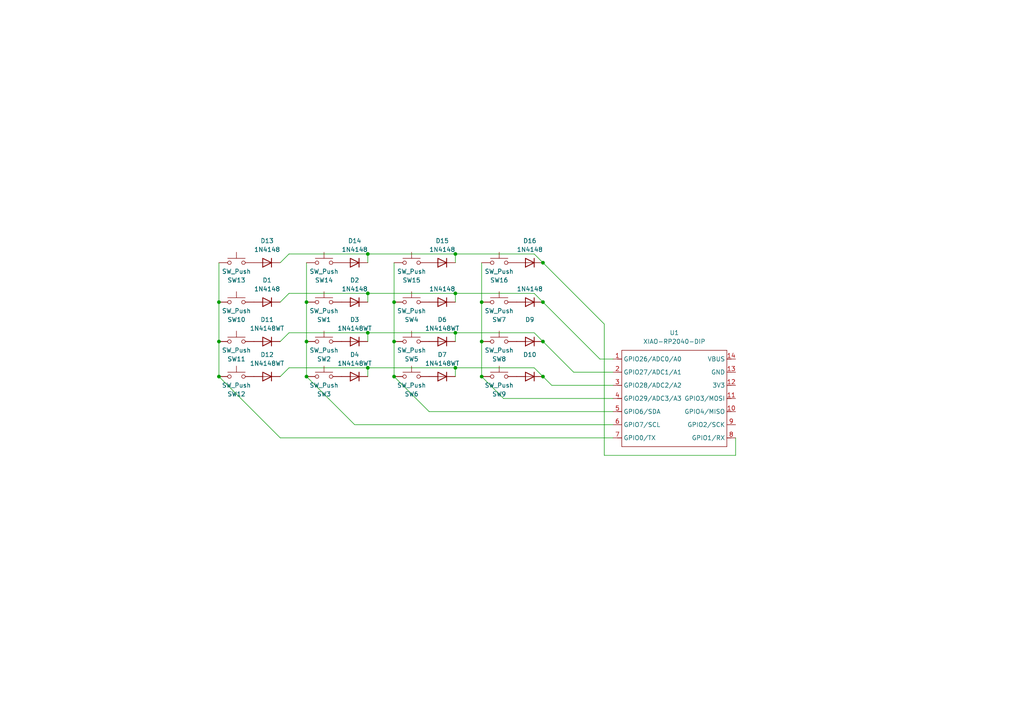
<source format=kicad_sch>
(kicad_sch (version 20250114) (generator "eeschema") (generator_version "9.0")
  (paper "A4")
  (lib_symbols
    (symbol "Diode:1N4148" (pin_numbers (hide yes)) (pin_names (hide yes))
      (property "Reference" "D" (at 0 2.54 0))
      (property "Value" "1N4148" (at 0 -2.54 0))
      (symbol "1N4148_0_1"
        (polyline (pts (xy -1.27 1.27) (xy -1.27 -1.27)) (stroke (width 0.254)))
        (polyline (pts (xy 1.27 1.27) (xy 1.27 -1.27) (xy -1.27 0) (xy 1.27 1.27)) (stroke (width 0.254)))
        (polyline (pts (xy 1.27 0) (xy -1.27 0)))
      )
      (symbol "1N4148_1_1"
        (pin passive line (at -3.81 0 0) (length 2.54) (name "K") (number "1"))
        (pin passive line (at 3.81 0 180) (length 2.54) (name "A") (number "2"))
      )
    )
    (symbol "Diode:1N4148WT" (pin_numbers (hide yes)) (pin_names (hide yes))
      (property "Reference" "D" (at 0 2.54 0))
      (property "Value" "1N4148WT" (at 0 -2.54 0))
      (symbol "1N4148WT_0_1"
        (polyline (pts (xy -1.27 1.27) (xy -1.27 -1.27)) (stroke (width 0.254)))
        (polyline (pts (xy 1.27 1.27) (xy 1.27 -1.27) (xy -1.27 0) (xy 1.27 1.27)) (stroke (width 0.254)))
        (polyline (pts (xy 1.27 0) (xy -1.27 0)))
      )
      (symbol "1N4148WT_1_1"
        (pin passive line (at -3.81 0 0) (length 2.54) (name "K") (number "1"))
        (pin passive line (at 3.81 0 180) (length 2.54) (name "A") (number "2"))
      )
    )
    (symbol "Switch:SW_Push" (pin_numbers (hide yes)) (pin_names (offset 1.016) (hide yes))
      (property "Reference" "SW" (at 1.27 2.54 0))
      (property "Value" "SW_Push" (at 0 -1.524 0))
      (symbol "SW_Push_0_1"
        (circle (center -2.032 0) (radius 0.508))
        (polyline (pts (xy 0 1.27) (xy 0 3.048)))
        (circle (center 2.032 0) (radius 0.508))
        (polyline (pts (xy 2.54 1.27) (xy -2.54 1.27)))
        (pin passive line (at -5.08 0 0) (length 2.54) (name "1") (number "1"))
        (pin passive line (at 5.08 0 180) (length 2.54) (name "2") (number "2"))
      )
    )
    (symbol "opl:XIAO-RP2040-DIP"
      (property "Reference" "U" (at 0 0 0))
      (property "Value" "XIAO-RP2040-DIP" (at 5.334 -1.778 0))
      (symbol "XIAO-RP2040-DIP_1_0"
        (polyline (pts (xy -1.27 -2.54) (xy 29.21 -2.54)) (stroke (width 0.1524)))
        (polyline (pts (xy -1.27 -5.08) (xy -2.54 -5.08)) (stroke (width 0.1524)))
        (polyline (pts (xy -1.27 -5.08) (xy -1.27 -2.54)) (stroke (width 0.1524)))
        (polyline (pts (xy -1.27 -8.89) (xy -2.54 -8.89)) (stroke (width 0.1524)))
        (polyline (pts (xy -1.27 -8.89) (xy -1.27 -5.08)) (stroke (width 0.1524)))
        (polyline (pts (xy -1.27 -12.7) (xy -2.54 -12.7)) (stroke (width 0.1524)))
        (polyline (pts (xy -1.27 -12.7) (xy -1.27 -8.89)) (stroke (width 0.1524)))
        (polyline (pts (xy -1.27 -16.51) (xy -2.54 -16.51)) (stroke (width 0.1524)))
        (polyline (pts (xy -1.27 -16.51) (xy -1.27 -12.7)) (stroke (width 0.1524)))
        (polyline (pts (xy -1.27 -20.32) (xy -2.54 -20.32)) (stroke (width 0.1524)))
        (polyline (pts (xy -1.27 -24.13) (xy -2.54 -24.13)) (stroke (width 0.1524)))
        (polyline (pts (xy -1.27 -27.94) (xy -2.54 -27.94)) (stroke (width 0.1524)))
        (polyline (pts (xy -1.27 -30.48) (xy -1.27 -16.51)) (stroke (width 0.1524)))
        (polyline (pts (xy 29.21 -2.54) (xy 29.21 -5.08)) (stroke (width 0.1524)))
        (polyline (pts (xy 29.21 -5.08) (xy 29.21 -8.89)) (stroke (width 0.1524)))
        (polyline (pts (xy 29.21 -8.89) (xy 29.21 -12.7)) (stroke (width 0.1524)))
        (polyline (pts (xy 29.21 -12.7) (xy 29.21 -30.48)) (stroke (width 0.1524)))
        (polyline (pts (xy 29.21 -30.48) (xy -1.27 -30.48)) (stroke (width 0.1524)))
        (polyline (pts (xy 30.48 -5.08) (xy 29.21 -5.08)) (stroke (width 0.1524)))
        (polyline (pts (xy 30.48 -8.89) (xy 29.21 -8.89)) (stroke (width 0.1524)))
        (polyline (pts (xy 30.48 -12.7) (xy 29.21 -12.7)) (stroke (width 0.1524)))
        (polyline (pts (xy 30.48 -16.51) (xy 29.21 -16.51)) (stroke (width 0.1524)))
        (polyline (pts (xy 30.48 -20.32) (xy 29.21 -20.32)) (stroke (width 0.1524)))
        (polyline (pts (xy 30.48 -24.13) (xy 29.21 -24.13)) (stroke (width 0.1524)))
        (polyline (pts (xy 30.48 -27.94) (xy 29.21 -27.94)) (stroke (width 0.1524)))
        (pin passive line (at -3.81 -5.08 0) (length 2.54) (name "GPIO26/ADC0/A0") (number "1"))
        (pin passive line (at -3.81 -8.89 0) (length 2.54) (name "GPIO27/ADC1/A1") (number "2"))
        (pin passive line (at -3.81 -12.7 0) (length 2.54) (name "GPIO28/ADC2/A2") (number "3"))
        (pin passive line (at -3.81 -16.51 0) (length 2.54) (name "GPIO29/ADC3/A3") (number "4"))
        (pin passive line (at -3.81 -20.32 0) (length 2.54) (name "GPIO6/SDA") (number "5"))
        (pin passive line (at -3.81 -24.13 0) (length 2.54) (name "GPIO7/SCL") (number "6"))
        (pin passive line (at -3.81 -27.94 0) (length 2.54) (name "GPIO0/TX") (number "7"))
        (pin passive line (at 31.75 -5.08 180) (length 2.54) (name "VBUS") (number "14"))
        (pin passive line (at 31.75 -8.89 180) (length 2.54) (name "GND") (number "13"))
        (pin passive line (at 31.75 -12.7 180) (length 2.54) (name "3V3") (number "12"))
        (pin passive line (at 31.75 -16.51 180) (length 2.54) (name "GPIO3/MOSI") (number "11"))
        (pin passive line (at 31.75 -20.32 180) (length 2.54) (name "GPIO4/MISO") (number "10"))
        (pin passive line (at 31.75 -24.13 180) (length 2.54) (name "GPIO2/SCK") (number "9"))
        (pin passive line (at 31.75 -27.94 180) (length 2.54) (name "GPIO1/RX") (number "8"))
      )
    )
  )
  (junction (at 139.7 87.63))
  (junction (at 114.3 99.06))
  (junction (at 88.9 99.06))
  (junction (at 139.7 99.06))
  (junction (at 157.48 87.63))
  (junction (at 106.68 96.52))
  (junction (at 63.5 87.63))
  (junction (at 157.48 76.2))
  (junction (at 106.68 85.09))
  (junction (at 132.08 96.52))
  (junction (at 88.9 109.22))
  (junction (at 132.08 85.09))
  (junction (at 157.48 109.22))
  (junction (at 132.08 73.66))
  (junction (at 114.3 109.22))
  (junction (at 63.5 109.22))
  (junction (at 106.68 73.66))
  (junction (at 157.48 99.06))
  (junction (at 63.5 99.06))
  (junction (at 132.08 106.68))
  (junction (at 106.68 106.68))
  (junction (at 139.7 109.22))
  (junction (at 88.9 87.63))
  (junction (at 114.3 87.63))
  (wire (pts (xy 83.82 96.52) (xy 106.68 96.52)))
  (wire (pts (xy 102.87 123.19) (xy 88.9 109.22)))
  (wire (pts (xy 175.26 93.98) (xy 175.26 132.08)))
  (wire (pts (xy 132.08 96.52) (xy 132.08 99.06)))
  (wire (pts (xy 63.5 109.22) (xy 81.28 127)))
  (wire (pts (xy 106.68 85.09) (xy 106.68 87.63)))
  (wire (pts (xy 132.08 106.68) (xy 132.08 109.22)))
  (wire (pts (xy 160.02 111.76) (xy 157.48 109.22)))
  (wire (pts (xy 132.08 106.68) (xy 154.94 106.68)))
  (wire (pts (xy 177.8 119.38) (xy 124.46 119.38)))
  (wire (pts (xy 154.94 73.66) (xy 157.48 76.2)))
  (wire (pts (xy 114.3 99.06) (xy 114.3 109.22)))
  (wire (pts (xy 132.08 85.09) (xy 154.94 85.09)))
  (wire (pts (xy 106.68 73.66) (xy 132.08 73.66)))
  (wire (pts (xy 83.82 73.66) (xy 106.68 73.66)))
  (wire (pts (xy 177.8 104.14) (xy 173.99 104.14)))
  (wire (pts (xy 88.9 76.2) (xy 88.9 87.63)))
  (wire (pts (xy 83.82 85.09) (xy 106.68 85.09)))
  (wire (pts (xy 106.68 85.09) (xy 132.08 85.09)))
  (wire (pts (xy 177.8 111.76) (xy 160.02 111.76)))
  (wire (pts (xy 63.5 76.2) (xy 63.5 87.63)))
  (wire (pts (xy 175.26 132.08) (xy 213.36 132.08)))
  (wire (pts (xy 166.37 107.95) (xy 157.48 99.06)))
  (wire (pts (xy 132.08 85.09) (xy 132.08 87.63)))
  (wire (pts (xy 81.28 76.2) (xy 83.82 73.66)))
  (wire (pts (xy 146.05 115.57) (xy 139.7 109.22)))
  (wire (pts (xy 177.8 107.95) (xy 166.37 107.95)))
  (wire (pts (xy 63.5 99.06) (xy 63.5 109.22)))
  (wire (pts (xy 154.94 85.09) (xy 157.48 87.63)))
  (wire (pts (xy 139.7 87.63) (xy 139.7 99.06)))
  (wire (pts (xy 213.36 127) (xy 213.36 132.08)))
  (wire (pts (xy 132.08 96.52) (xy 154.94 96.52)))
  (wire (pts (xy 173.99 104.14) (xy 157.48 87.63)))
  (wire (pts (xy 177.8 127) (xy 81.28 127)))
  (wire (pts (xy 106.68 106.68) (xy 132.08 106.68)))
  (wire (pts (xy 63.5 87.63) (xy 63.5 99.06)))
  (wire (pts (xy 88.9 87.63) (xy 88.9 99.06)))
  (wire (pts (xy 114.3 76.2) (xy 114.3 87.63)))
  (wire (pts (xy 177.8 115.57) (xy 146.05 115.57)))
  (wire (pts (xy 106.68 73.66) (xy 106.68 76.2)))
  (wire (pts (xy 106.68 96.52) (xy 132.08 96.52)))
  (wire (pts (xy 132.08 73.66) (xy 154.94 73.66)))
  (wire (pts (xy 154.94 96.52) (xy 157.48 99.06)))
  (wire (pts (xy 132.08 73.66) (xy 132.08 76.2)))
  (wire (pts (xy 106.68 96.52) (xy 106.68 99.06)))
  (wire (pts (xy 124.46 119.38) (xy 114.3 109.22)))
  (wire (pts (xy 139.7 76.2) (xy 139.7 87.63)))
  (wire (pts (xy 154.94 106.68) (xy 157.48 109.22)))
  (wire (pts (xy 81.28 109.22) (xy 83.82 106.68)))
  (wire (pts (xy 106.68 106.68) (xy 106.68 109.22)))
  (wire (pts (xy 81.28 87.63) (xy 83.82 85.09)))
  (wire (pts (xy 81.28 99.06) (xy 83.82 96.52)))
  (wire (pts (xy 157.48 76.2) (xy 175.26 93.98)))
  (wire (pts (xy 139.7 99.06) (xy 139.7 109.22)))
  (wire (pts (xy 114.3 87.63) (xy 114.3 99.06)))
  (wire (pts (xy 88.9 99.06) (xy 88.9 109.22)))
  (wire (pts (xy 177.8 123.19) (xy 102.87 123.19)))
  (wire (pts (xy 83.82 106.68) (xy 106.68 106.68)))
  (symbol (lib_id "Diode:1N4148WT") (at 153.67 109.22 180) (unit 1)
    (property "Reference" "D10" (at 153.67 102.87 0))
    (property "Value" "1N4148WT" (effects (hide yes)))
    (property "Footprint" "Diode_THT:D_DO-35_SOD27_P7.62mm_Horizontal" (effects (hide yes)))
    (property "Datasheet" "https://www.diodes.com/assets/Datasheets/ds30396.pdf" (effects (hide yes)))
    (property "Description" "75V 0.15A Fast switching Diode, SOD-523" (effects (hide yes)))
    (property "Sim.Device" "D" (effects (hide yes)))
    (property "Sim.Pins" "1=K 2=A" (effects (hide yes)))
  )
  (symbol (lib_id "Switch:SW_Push") (at 93.98 109.22 0) (unit 1)
    (property "Reference" "SW3" (at 93.98 114.3 0))
    (property "Value" "SW_Push" (at 93.98 111.76 0))
    (property "Footprint" "Button_Switch_Keyboard:SW_Cherry_MX_1.00u_PCB" (effects (hide yes)))
    (property "Description" "Push button switch, generic, two pins" (effects (hide yes)))
  )
  (symbol (lib_id "Diode:1N4148") (at 128.27 76.2 180) (unit 1)
    (property "Reference" "D15" (at 128.27 69.85 0))
    (property "Value" "1N4148" (at 128.27 72.39 0))
    (property "Footprint" "Diode_THT:D_DO-35_SOD27_P7.62mm_Horizontal" (effects (hide yes)))
    (property "Datasheet" "https://assets.nexperia.com/documents/data-sheet/1N4148_1N4448.pdf" (effects (hide yes)))
    (property "Description" "100V 0.15A standard switching diode, DO-35" (effects (hide yes)))
    (property "Sim.Device" "D" (effects (hide yes)))
    (property "Sim.Pins" "1=K 2=A" (effects (hide yes)))
  )
  (symbol (lib_id "Switch:SW_Push") (at 68.58 87.63 0) (unit 1)
    (property "Reference" "SW10" (at 68.58 92.71 0))
    (property "Value" "SW_Push" (at 68.58 90.17 0))
    (property "Footprint" "Button_Switch_Keyboard:SW_Cherry_MX_1.00u_PCB" (effects (hide yes)))
    (property "Description" "Push button switch, generic, two pins" (effects (hide yes)))
  )
  (symbol (lib_id "Diode:1N4148") (at 77.47 76.2 180) (unit 1)
    (property "Reference" "D13" (at 77.47 69.85 0))
    (property "Value" "1N4148" (at 77.47 72.39 0))
    (property "Footprint" "Diode_THT:D_DO-35_SOD27_P7.62mm_Horizontal" (effects (hide yes)))
    (property "Datasheet" "https://assets.nexperia.com/documents/data-sheet/1N4148_1N4448.pdf" (effects (hide yes)))
    (property "Description" "100V 0.15A standard switching diode, DO-35" (effects (hide yes)))
    (property "Sim.Device" "D" (effects (hide yes)))
    (property "Sim.Pins" "1=K 2=A" (effects (hide yes)))
  )
  (symbol (lib_id "Switch:SW_Push") (at 93.98 99.06 0) (unit 1)
    (property "Reference" "SW2" (at 93.98 104.14 0))
    (property "Value" "SW_Push" (at 93.98 101.6 0))
    (property "Footprint" "Button_Switch_Keyboard:SW_Cherry_MX_1.00u_PCB" (effects (hide yes)))
    (property "Description" "Push button switch, generic, two pins" (effects (hide yes)))
  )
  (symbol (lib_id "Diode:1N4148") (at 128.27 87.63 180) (unit 1)
    (property "Reference" "D5" (effects (hide yes)))
    (property "Value" "1N4148" (at 128.27 83.82 0))
    (property "Footprint" "Diode_THT:D_DO-35_SOD27_P7.62mm_Horizontal" (effects (hide yes)))
    (property "Datasheet" "https://assets.nexperia.com/documents/data-sheet/1N4148_1N4448.pdf" (effects (hide yes)))
    (property "Description" "100V 0.15A standard switching diode, DO-35" (effects (hide yes)))
    (property "Sim.Device" "D" (effects (hide yes)))
    (property "Sim.Pins" "1=K 2=A" (effects (hide yes)))
  )
  (symbol (lib_id "Switch:SW_Push") (at 93.98 87.63 0) (unit 1)
    (property "Reference" "SW1" (at 93.98 92.71 0))
    (property "Value" "SW_Push" (at 93.98 90.17 0))
    (property "Footprint" "Button_Switch_Keyboard:SW_Cherry_MX_1.00u_PCB" (effects (hide yes)))
    (property "Description" "Push button switch, generic, two pins" (effects (hide yes)))
  )
  (symbol (lib_id "Switch:SW_Push") (at 93.98 76.2 0) (unit 1)
    (property "Reference" "SW14" (at 93.98 81.28 0))
    (property "Value" "SW_Push" (at 93.98 78.74 0))
    (property "Footprint" "Button_Switch_Keyboard:SW_Cherry_MX_1.00u_PCB" (effects (hide yes)))
    (property "Description" "Push button switch, generic, two pins" (effects (hide yes)))
  )
  (symbol (lib_id "Diode:1N4148WT") (at 128.27 109.22 180) (unit 1)
    (property "Reference" "D7" (at 128.27 102.87 0))
    (property "Value" "1N4148WT" (at 128.27 105.41 0))
    (property "Footprint" "Diode_THT:D_DO-35_SOD27_P7.62mm_Horizontal" (effects (hide yes)))
    (property "Datasheet" "https://www.diodes.com/assets/Datasheets/ds30396.pdf" (effects (hide yes)))
    (property "Description" "75V 0.15A Fast switching Diode, SOD-523" (effects (hide yes)))
    (property "Sim.Device" "D" (effects (hide yes)))
    (property "Sim.Pins" "1=K 2=A" (effects (hide yes)))
  )
  (symbol (lib_id "Diode:1N4148") (at 153.67 87.63 180) (unit 1)
    (property "Reference" "D8" (effects (hide yes)))
    (property "Value" "1N4148" (at 153.67 83.82 0))
    (property "Footprint" "Diode_THT:D_DO-35_SOD27_P7.62mm_Horizontal" (effects (hide yes)))
    (property "Datasheet" "https://assets.nexperia.com/documents/data-sheet/1N4148_1N4448.pdf" (effects (hide yes)))
    (property "Description" "100V 0.15A standard switching diode, DO-35" (effects (hide yes)))
    (property "Sim.Device" "D" (effects (hide yes)))
    (property "Sim.Pins" "1=K 2=A" (effects (hide yes)))
  )
  (symbol (lib_id "Switch:SW_Push") (at 144.78 109.22 0) (unit 1)
    (property "Reference" "SW9" (at 144.78 114.3 0))
    (property "Value" "SW_Push" (at 144.78 111.76 0))
    (property "Footprint" "Button_Switch_Keyboard:SW_Cherry_MX_1.00u_PCB" (effects (hide yes)))
    (property "Description" "Push button switch, generic, two pins" (effects (hide yes)))
  )
  (symbol (lib_id "Switch:SW_Push") (at 119.38 87.63 0) (unit 1)
    (property "Reference" "SW4" (at 119.38 92.71 0))
    (property "Value" "SW_Push" (at 119.38 90.17 0))
    (property "Footprint" "Button_Switch_Keyboard:SW_Cherry_MX_1.00u_PCB" (effects (hide yes)))
    (property "Description" "Push button switch, generic, two pins" (effects (hide yes)))
  )
  (symbol (lib_id "Switch:SW_Push") (at 144.78 99.06 0) (unit 1)
    (property "Reference" "SW8" (at 144.78 104.14 0))
    (property "Value" "SW_Push" (at 144.78 101.6 0))
    (property "Footprint" "Button_Switch_Keyboard:SW_Cherry_MX_1.00u_PCB" (effects (hide yes)))
    (property "Description" "Push button switch, generic, two pins" (effects (hide yes)))
  )
  (symbol (lib_id "Switch:SW_Push") (at 119.38 109.22 0) (unit 1)
    (property "Reference" "SW6" (at 119.38 114.3 0))
    (property "Value" "SW_Push" (at 119.38 111.76 0))
    (property "Footprint" "Button_Switch_Keyboard:SW_Cherry_MX_1.00u_PCB" (effects (hide yes)))
    (property "Description" "Push button switch, generic, two pins" (effects (hide yes)))
  )
  (symbol (lib_id "Diode:1N4148WT") (at 102.87 99.06 180) (unit 1)
    (property "Reference" "D3" (at 102.87 92.71 0))
    (property "Value" "1N4148WT" (at 102.87 95.25 0))
    (property "Footprint" "Diode_THT:D_DO-35_SOD27_P7.62mm_Horizontal" (effects (hide yes)))
    (property "Datasheet" "https://www.diodes.com/assets/Datasheets/ds30396.pdf" (effects (hide yes)))
    (property "Description" "75V 0.15A Fast switching Diode, SOD-523" (effects (hide yes)))
    (property "Sim.Device" "D" (effects (hide yes)))
    (property "Sim.Pins" "1=K 2=A" (effects (hide yes)))
  )
  (symbol (lib_id "Switch:SW_Push") (at 68.58 76.2 0) (unit 1)
    (property "Reference" "SW13" (at 68.58 81.28 0))
    (property "Value" "SW_Push" (at 68.58 78.74 0))
    (property "Footprint" "Button_Switch_Keyboard:SW_Cherry_MX_1.00u_PCB" (effects (hide yes)))
    (property "Description" "Push button switch, generic, two pins" (effects (hide yes)))
  )
  (symbol (lib_id "Diode:1N4148WT") (at 128.27 99.06 180) (unit 1)
    (property "Reference" "D6" (at 128.27 92.71 0))
    (property "Value" "1N4148WT" (at 128.27 95.25 0))
    (property "Footprint" "Diode_THT:D_DO-35_SOD27_P7.62mm_Horizontal" (effects (hide yes)))
    (property "Datasheet" "https://www.diodes.com/assets/Datasheets/ds30396.pdf" (effects (hide yes)))
    (property "Description" "75V 0.15A Fast switching Diode, SOD-523" (effects (hide yes)))
    (property "Sim.Device" "D" (effects (hide yes)))
    (property "Sim.Pins" "1=K 2=A" (effects (hide yes)))
  )
  (symbol (lib_id "Diode:1N4148WT") (at 102.87 109.22 180) (unit 1)
    (property "Reference" "D4" (at 102.87 102.87 0))
    (property "Value" "1N4148WT" (at 102.87 105.41 0))
    (property "Footprint" "Diode_THT:D_DO-35_SOD27_P7.62mm_Horizontal" (effects (hide yes)))
    (property "Datasheet" "https://www.diodes.com/assets/Datasheets/ds30396.pdf" (effects (hide yes)))
    (property "Description" "75V 0.15A Fast switching Diode, SOD-523" (effects (hide yes)))
    (property "Sim.Device" "D" (effects (hide yes)))
    (property "Sim.Pins" "1=K 2=A" (effects (hide yes)))
  )
  (symbol (lib_id "Diode:1N4148") (at 153.67 76.2 180) (unit 1)
    (property "Reference" "D16" (at 153.67 69.85 0))
    (property "Value" "1N4148" (at 153.67 72.39 0))
    (property "Footprint" "Diode_THT:D_DO-35_SOD27_P7.62mm_Horizontal" (effects (hide yes)))
    (property "Datasheet" "https://assets.nexperia.com/documents/data-sheet/1N4148_1N4448.pdf" (effects (hide yes)))
    (property "Description" "100V 0.15A standard switching diode, DO-35" (effects (hide yes)))
    (property "Sim.Device" "D" (effects (hide yes)))
    (property "Sim.Pins" "1=K 2=A" (effects (hide yes)))
  )
  (symbol (lib_id "opl:XIAO-RP2040-DIP") (at 181.61 99.06 0) (unit 1)
    (property "Reference" "U1" (at 195.58 96.52 0))
    (property "Value" "XIAO-RP2040-DIP" (at 195.58 99.06 0))
    (property "Footprint" "opl:XIAO-RP2040-DIP" (effects (hide yes)))
  )
  (symbol (lib_id "Diode:1N4148") (at 102.87 76.2 180) (unit 1)
    (property "Reference" "D14" (at 102.87 69.85 0))
    (property "Value" "1N4148" (at 102.87 72.39 0))
    (property "Footprint" "Diode_THT:D_DO-35_SOD27_P7.62mm_Horizontal" (effects (hide yes)))
    (property "Datasheet" "https://assets.nexperia.com/documents/data-sheet/1N4148_1N4448.pdf" (effects (hide yes)))
    (property "Description" "100V 0.15A standard switching diode, DO-35" (effects (hide yes)))
    (property "Sim.Device" "D" (effects (hide yes)))
    (property "Sim.Pins" "1=K 2=A" (effects (hide yes)))
  )
  (symbol (lib_id "Diode:1N4148") (at 102.87 87.63 180) (unit 1)
    (property "Reference" "D2" (at 102.87 81.28 0))
    (property "Value" "1N4148" (at 102.87 83.82 0))
    (property "Footprint" "Diode_THT:D_DO-35_SOD27_P7.62mm_Horizontal" (effects (hide yes)))
    (property "Datasheet" "https://assets.nexperia.com/documents/data-sheet/1N4148_1N4448.pdf" (effects (hide yes)))
    (property "Description" "100V 0.15A standard switching diode, DO-35" (effects (hide yes)))
    (property "Sim.Device" "D" (effects (hide yes)))
    (property "Sim.Pins" "1=K 2=A" (effects (hide yes)))
  )
  (symbol (lib_id "Switch:SW_Push") (at 68.58 109.22 0) (unit 1)
    (property "Reference" "SW12" (at 68.58 114.3 0))
    (property "Value" "SW_Push" (at 68.58 111.76 0))
    (property "Footprint" "Button_Switch_Keyboard:SW_Cherry_MX_1.00u_PCB" (effects (hide yes)))
    (property "Description" "Push button switch, generic, two pins" (effects (hide yes)))
  )
  (symbol (lib_id "Diode:1N4148WT") (at 77.47 99.06 180) (unit 1)
    (property "Reference" "D11" (at 77.47 92.71 0))
    (property "Value" "1N4148WT" (at 77.47 95.25 0))
    (property "Footprint" "Diode_THT:D_DO-35_SOD27_P7.62mm_Horizontal" (effects (hide yes)))
    (property "Datasheet" "https://www.diodes.com/assets/Datasheets/ds30396.pdf" (effects (hide yes)))
    (property "Description" "75V 0.15A Fast switching Diode, SOD-523" (effects (hide yes)))
    (property "Sim.Device" "D" (effects (hide yes)))
    (property "Sim.Pins" "1=K 2=A" (effects (hide yes)))
  )
  (symbol (lib_id "Switch:SW_Push") (at 68.58 99.06 0) (unit 1)
    (property "Reference" "SW11" (at 68.58 104.14 0))
    (property "Value" "SW_Push" (at 68.58 101.6 0))
    (property "Footprint" "Button_Switch_Keyboard:SW_Cherry_MX_1.00u_PCB" (effects (hide yes)))
    (property "Description" "Push button switch, generic, two pins" (effects (hide yes)))
  )
  (symbol (lib_id "Switch:SW_Push") (at 119.38 76.2 0) (unit 1)
    (property "Reference" "SW15" (at 119.38 81.28 0))
    (property "Value" "SW_Push" (at 119.38 78.74 0))
    (property "Footprint" "Button_Switch_Keyboard:SW_Cherry_MX_1.00u_PCB" (effects (hide yes)))
    (property "Description" "Push button switch, generic, two pins" (effects (hide yes)))
  )
  (symbol (lib_id "Switch:SW_Push") (at 119.38 99.06 0) (unit 1)
    (property "Reference" "SW5" (at 119.38 104.14 0))
    (property "Value" "SW_Push" (at 119.38 101.6 0))
    (property "Footprint" "Button_Switch_Keyboard:SW_Cherry_MX_1.00u_PCB" (effects (hide yes)))
    (property "Description" "Push button switch, generic, two pins" (effects (hide yes)))
  )
  (symbol (lib_id "Diode:1N4148") (at 77.47 87.63 180) (unit 1)
    (property "Reference" "D1" (at 77.47 81.28 0))
    (property "Value" "1N4148" (at 77.47 83.82 0))
    (property "Footprint" "Diode_THT:D_DO-35_SOD27_P7.62mm_Horizontal" (effects (hide yes)))
    (property "Datasheet" "https://assets.nexperia.com/documents/data-sheet/1N4148_1N4448.pdf" (effects (hide yes)))
    (property "Description" "100V 0.15A standard switching diode, DO-35" (effects (hide yes)))
    (property "Sim.Device" "D" (effects (hide yes)))
    (property "Sim.Pins" "1=K 2=A" (effects (hide yes)))
  )
  (symbol (lib_id "Switch:SW_Push") (at 144.78 76.2 0) (unit 1)
    (property "Reference" "SW16" (at 144.78 81.28 0))
    (property "Value" "SW_Push" (at 144.78 78.74 0))
    (property "Footprint" "Button_Switch_Keyboard:SW_Cherry_MX_1.00u_PCB" (effects (hide yes)))
    (property "Description" "Push button switch, generic, two pins" (effects (hide yes)))
  )
  (symbol (lib_id "Switch:SW_Push") (at 144.78 87.63 0) (unit 1)
    (property "Reference" "SW7" (at 144.78 92.71 0))
    (property "Value" "SW_Push" (at 144.78 90.17 0))
    (property "Footprint" "Button_Switch_Keyboard:SW_Cherry_MX_1.00u_PCB" (effects (hide yes)))
    (property "Description" "Push button switch, generic, two pins" (effects (hide yes)))
  )
  (symbol (lib_id "Diode:1N4148WT") (at 153.67 99.06 180) (unit 1)
    (property "Reference" "D9" (at 153.67 92.71 0))
    (property "Value" "1N4148WT" (effects (hide yes)))
    (property "Footprint" "Diode_THT:D_DO-35_SOD27_P7.62mm_Horizontal" (effects (hide yes)))
    (property "Datasheet" "https://www.diodes.com/assets/Datasheets/ds30396.pdf" (effects (hide yes)))
    (property "Description" "75V 0.15A Fast switching Diode, SOD-523" (effects (hide yes)))
    (property "Sim.Device" "D" (effects (hide yes)))
    (property "Sim.Pins" "1=K 2=A" (effects (hide yes)))
  )
  (symbol (lib_id "Diode:1N4148WT") (at 77.47 109.22 180) (unit 1)
    (property "Reference" "D12" (at 77.47 102.87 0))
    (property "Value" "1N4148WT" (at 77.47 105.41 0))
    (property "Footprint" "Diode_THT:D_DO-35_SOD27_P7.62mm_Horizontal" (effects (hide yes)))
    (property "Datasheet" "https://www.diodes.com/assets/Datasheets/ds30396.pdf" (effects (hide yes)))
    (property "Description" "75V 0.15A Fast switching Diode, SOD-523" (effects (hide yes)))
    (property "Sim.Device" "D" (effects (hide yes)))
    (property "Sim.Pins" "1=K 2=A" (effects (hide yes)))
  )
)
</source>
